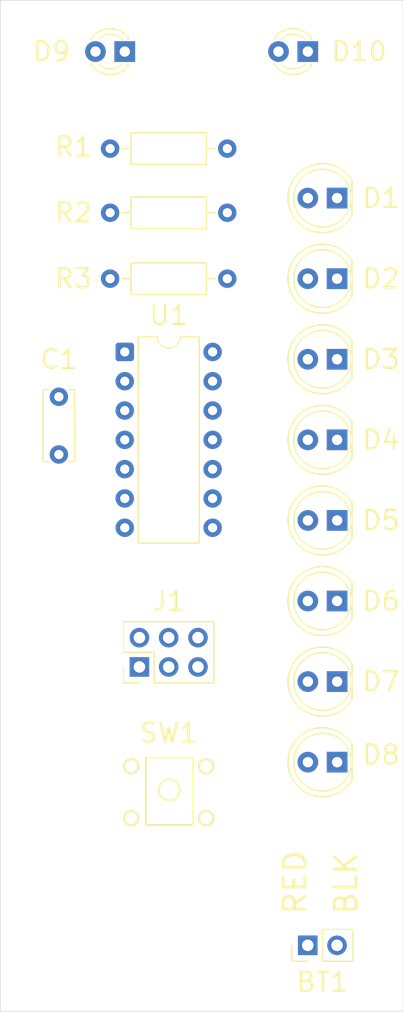
<source format=kicad_pcb>
(kicad_pcb (version 20241229) (generator "pcbnew") (generator_version "9.0")
  (layers (0 "F.Cu" signal) (2 "B.Cu" signal) (13 "F.Paste" user) (15 "B.Paste" user) (5 "F.SilkS" user "F.Silkscreen") (7 "B.SilkS" user "B.Silkscreen") (1 "F.Mask" user) (3 "B.Mask" user) (25 "Edge.Cuts" user))
  (net 0 "")
  (net 1 "GND")
  (net 2 "VCC")
  (net 3 "Net-(D1-A)")
  (net 4 "Net-(D2-A)")
  (net 5 "Net-(D3-A)")
  (net 6 "Net-(D4-A)")
  (net 7 "Net-(D5-A)")
  (net 8 "Net-(D6-A)")
  (net 9 "Net-(D7-A)")
  (net 10 "Net-(D8-A)")
  (net 11 "/MOSI")
  (net 12 "Net-(D9-K)")
  (net 13 "/SCL")
  (net 14 "Net-(D10-K)")
  (net 15 "/SCK")
  (net 16 "/RESET")
  (net 17 "/MISO")
  (footprint "LED_THT:LED_D5.0mm" (layer "F.Cu") (at 147.32 71.12 180)
    (property "Reference" "D4" (at -3.81 0 0) (layer "F.SilkS") (effects (font (size 1.651 1.651) (thickness 0.2032))))
    (property "Value" "LED")
    (fp_line (start -1.29 -1.545) (end -1.29 1.545) (stroke (width 0.12)) (layer "F.SilkS"))
    (fp_arc (start 4.26 0) (mid 2.071779 2.880495) (end -1.29 1.54483) (stroke (width 0.12)) (layer "F.SilkS"))
    (fp_arc (start -1.29 -1.54483) (mid 2.071779 -2.880495) (end 4.26 0) (stroke (width 0.12)) (layer "F.SilkS"))
    (fp_circle (center 1.27 0) (end 3.77 0) (stroke (width 0.12)) (fill no) (layer "F.SilkS"))
    (pad "1" thru_hole rect (at 0 0 180) (size 1.8 1.8) (drill 0.9) (layers "*.Cu" "*.Mask") (net 1 "GND"))
    (pad "2" thru_hole circle (at 2.54 0 180) (size 1.8 1.8) (drill 0.9) (layers "*.Cu" "*.Mask") (net 6 "Net-(D4-A)"))
  )
  (footprint "Package_DIP:DIP-14_W7.62mm" (layer "F.Cu") (at 128.905 63.5)
    (property "Reference" "U1" (at 3.81 -3.175 0) (layer "F.SilkS") (effects (font (size 1.651 1.651) (thickness 0.2032))))
    (property "Value" "ATtiny44A-P")
    (fp_line (start 1.16 -1.33) (end 1.16 16.57) (stroke (width 0.12)) (layer "F.SilkS"))
    (fp_line (start 1.16 16.57) (end 6.46 16.57) (stroke (width 0.12)) (layer "F.SilkS"))
    (fp_line (start 2.81 -1.33) (end 1.16 -1.33) (stroke (width 0.12)) (layer "F.SilkS"))
    (fp_line (start 6.46 -1.33) (end 4.81 -1.33) (stroke (width 0.12)) (layer "F.SilkS"))
    (fp_line (start 6.46 16.57) (end 6.46 -1.33) (stroke (width 0.12)) (layer "F.SilkS"))
    (fp_arc (start 4.81 -1.33) (mid 3.81 -0.33) (end 2.81 -1.33) (stroke (width 0.12)) (layer "F.SilkS"))
    (pad "1" thru_hole roundrect (at 0 0) (size 1.6 1.6) (drill 0.8) (layers "*.Cu" "*.Mask") (roundrect_rratio 0.15625) (net 2 "VCC"))
    (pad "2" thru_hole circle (at 0 2.54) (size 1.6 1.6) (drill 0.8) (layers "*.Cu" "*.Mask") (net 8 "Net-(D6-A)"))
    (pad "3" thru_hole circle (at 0 5.08) (size 1.6 1.6) (drill 0.8) (layers "*.Cu" "*.Mask") (net 9 "Net-(D7-A)"))
    (pad "4" thru_hole circle (at 0 7.62) (size 1.6 1.6) (drill 0.8) (layers "*.Cu" "*.Mask") (net 16 "/RESET"))
    (pad "5" thru_hole circle (at 0 10.16) (size 1.6 1.6) (drill 0.8) (layers "*.Cu" "*.Mask") (net 10 "Net-(D8-A)"))
    (pad "6" thru_hole circle (at 0 12.7) (size 1.6 1.6) (drill 0.8) (layers "*.Cu" "*.Mask") (net 7 "Net-(D5-A)"))
    (pad "7" thru_hole circle (at 0 15.24) (size 1.6 1.6) (drill 0.8) (layers "*.Cu" "*.Mask") (net 11 "/MOSI"))
    (pad "8" thru_hole circle (at 7.62 15.24) (size 1.6 1.6) (drill 0.8) (layers "*.Cu" "*.Mask") (net 17 "/MISO"))
    (pad "9" thru_hole circle (at 7.62 12.7) (size 1.6 1.6) (drill 0.8) (layers "*.Cu" "*.Mask") (net 13 "/SCL"))
    (pad "10" thru_hole circle (at 7.62 10.16) (size 1.6 1.6) (drill 0.8) (layers "*.Cu" "*.Mask") (net 6 "Net-(D4-A)"))
    (pad "11" thru_hole circle (at 7.62 7.62) (size 1.6 1.6) (drill 0.8) (layers "*.Cu" "*.Mask") (net 5 "Net-(D3-A)"))
    (pad "12" thru_hole circle (at 7.62 5.08) (size 1.6 1.6) (drill 0.8) (layers "*.Cu" "*.Mask") (net 4 "Net-(D2-A)"))
    (pad "13" thru_hole circle (at 7.62 2.54) (size 1.6 1.6) (drill 0.8) (layers "*.Cu" "*.Mask") (net 3 "Net-(D1-A)"))
    (pad "14" thru_hole circle (at 7.62 0) (size 1.6 1.6) (drill 0.8) (layers "*.Cu" "*.Mask") (net 1 "GND"))
  )
  (footprint "Resistor_THT:R_Axial_DIN0207_L6.3mm_D2.5mm_P10.16mm_Horizontal" (layer "F.Cu") (at 127.635 57.15)
    (property "Reference" "R3" (at -3.175 0 0) (layer "F.SilkS") (effects (font (size 1.651 1.651) (thickness 0.2032))))
    (property "Value" "10k")
    (fp_line (start 1.04 0) (end 1.81 0) (stroke (width 0.12)) (layer "F.SilkS"))
    (fp_line (start 9.12 0) (end 8.35 0) (stroke (width 0.12)) (layer "F.SilkS"))
    (fp_rect (start 1.81 -1.37) (end 8.35 1.37) (stroke (width 0.12)) (fill no) (layer "F.SilkS"))
    (pad "1" thru_hole circle (at 0 0) (size 1.6 1.6) (drill 0.8) (layers "*.Cu" "*.Mask") (net 2 "VCC"))
    (pad "2" thru_hole circle (at 10.16 0) (size 1.6 1.6) (drill 0.8) (layers "*.Cu" "*.Mask") (net 16 "/RESET"))
  )
  (footprint "Capacitor_THT:C_Disc_D6.0mm_W2.5mm_P5.00mm" (layer "F.Cu") (at 123.19 67.39 -90)
    (property "Reference" "C1" (at -3.255 0 180) (layer "F.SilkS") (effects (font (size 1.651 1.651) (thickness 0.2032))))
    (property "Value" "0.1uF")
    (fp_line (start -0.62 1.37) (end -0.62 0.835) (stroke (width 0.12)) (layer "F.SilkS"))
    (fp_line (start 5.62 1.37) (end -0.62 1.37) (stroke (width 0.12)) (layer "F.SilkS"))
    (fp_line (start 5.62 0.835) (end 5.62 1.37) (stroke (width 0.12)) (layer "F.SilkS"))
    (fp_line (start -0.62 -0.835) (end -0.62 -1.37) (stroke (width 0.12)) (layer "F.SilkS"))
    (fp_line (start -0.62 -1.37) (end 5.62 -1.37) (stroke (width 0.12)) (layer "F.SilkS"))
    (fp_line (start 5.62 -1.37) (end 5.62 -0.835) (stroke (width 0.12)) (layer "F.SilkS"))
    (pad "1" thru_hole circle (at 0 0 270) (size 1.6 1.6) (drill 0.8) (layers "*.Cu" "*.Mask") (net 2 "VCC"))
    (pad "2" thru_hole circle (at 5 0 270) (size 1.6 1.6) (drill 0.8) (layers "*.Cu" "*.Mask") (net 1 "GND"))
  )
  (footprint "MountingHole:MountingHole_4.3mm_M4" (layer "F.Cu") (at 135.255 115.57)
    (property "Reference" "H2" (hide yes))
    (property "Value" "MountingHole")
    (pad "" np_thru_hole circle (at 0 0) (size 4.3 4.3) (drill 4.3) (layers "*.Cu" "*.Mask"))
  )
  (footprint "LED_THT:LED_D3.0mm" (layer "F.Cu") (at 144.78 37.465 180)
    (property "Reference" "D10" (at -4.445 0 0) (layer "F.SilkS") (effects (font (size 1.651 1.651) (thickness 0.2032))))
    (property "Value" "D_Photo")
    (fp_line (start -0.29 1.08) (end -0.29 1.236) (stroke (width 0.12)) (layer "F.SilkS"))
    (fp_line (start -0.29 -1.236) (end -0.29 -1.08) (stroke (width 0.12)) (layer "F.SilkS"))
    (fp_arc (start 2.941437 1.08) (mid 1.36566 1.987699) (end -0.29 1.235516) (stroke (width 0.12)) (layer "F.SilkS"))
    (fp_arc (start 2.310961 1.08) (mid 1.27 1.5) (end 0.229039 1.08) (stroke (width 0.12)) (layer "F.SilkS"))
    (fp_arc (start 0.229039 -1.08) (mid 1.27 -1.5) (end 2.310961 -1.08) (stroke (width 0.12)) (layer "F.SilkS"))
    (fp_arc (start -0.29 -1.235516) (mid 1.36566 -1.987699) (end 2.941437 -1.08) (stroke (width 0.12)) (layer "F.SilkS"))
    (pad "1" thru_hole rect (at 0 0 180) (size 1.8 1.8) (drill 0.9) (layers "*.Cu" "*.Mask") (net 14 "Net-(D10-K)"))
    (pad "2" thru_hole circle (at 2.54 0 180) (size 1.8 1.8) (drill 0.9) (layers "*.Cu" "*.Mask") (net 13 "/SCL"))
  )
  (footprint "LED_THT:LED_D5.0mm" (layer "F.Cu") (at 147.32 50.165 180)
    (property "Reference" "D1" (at -3.81 0 0) (layer "F.SilkS") (effects (font (size 1.651 1.651) (thickness 0.2032))))
    (property "Value" "LED")
    (fp_line (start -1.29 -1.545) (end -1.29 1.545) (stroke (width 0.12)) (layer "F.SilkS"))
    (fp_arc (start 4.26 0) (mid 2.071779 2.880495) (end -1.29 1.54483) (stroke (width 0.12)) (layer "F.SilkS"))
    (fp_arc (start -1.29 -1.54483) (mid 2.071779 -2.880495) (end 4.26 0) (stroke (width 0.12)) (layer "F.SilkS"))
    (fp_circle (center 1.27 0) (end 3.77 0) (stroke (width 0.12)) (fill no) (layer "F.SilkS"))
    (pad "1" thru_hole rect (at 0 0 180) (size 1.8 1.8) (drill 0.9) (layers "*.Cu" "*.Mask") (net 1 "GND"))
    (pad "2" thru_hole circle (at 2.54 0 180) (size 1.8 1.8) (drill 0.9) (layers "*.Cu" "*.Mask") (net 3 "Net-(D1-A)"))
  )
  (footprint "MountingHole:MountingHole_4.3mm_M4" (layer "F.Cu") (at 135.255 38.1)
    (property "Reference" "H1" (hide yes))
    (property "Value" "MountingHole")
    (pad "" np_thru_hole circle (at 0 0) (size 4.3 4.3) (drill 4.3) (layers "*.Cu" "*.Mask"))
  )
  (footprint "LED_THT:LED_D5.0mm" (layer "F.Cu") (at 147.32 64.135 180)
    (property "Reference" "D3" (at -3.81 0 0) (layer "F.SilkS") (effects (font (size 1.651 1.651) (thickness 0.2032))))
    (property "Value" "LED")
    (fp_line (start -1.29 -1.545) (end -1.29 1.545) (stroke (width 0.12)) (layer "F.SilkS"))
    (fp_arc (start 4.26 0) (mid 2.071779 2.880495) (end -1.29 1.54483) (stroke (width 0.12)) (layer "F.SilkS"))
    (fp_arc (start -1.29 -1.54483) (mid 2.071779 -2.880495) (end 4.26 0) (stroke (width 0.12)) (layer "F.SilkS"))
    (fp_circle (center 1.27 0) (end 3.77 0) (stroke (width 0.12)) (fill no) (layer "F.SilkS"))
    (pad "1" thru_hole rect (at 0 0 180) (size 1.8 1.8) (drill 0.9) (layers "*.Cu" "*.Mask") (net 1 "GND"))
    (pad "2" thru_hole circle (at 2.54 0 180) (size 1.8 1.8) (drill 0.9) (layers "*.Cu" "*.Mask") (net 5 "Net-(D3-A)"))
  )
  (footprint "Resistor_THT:R_Axial_DIN0207_L6.3mm_D2.5mm_P10.16mm_Horizontal" (layer "F.Cu") (at 137.795 45.875 180)
    (property "Reference" "R1" (at 13.335 0.155 0) (layer "F.SilkS") (effects (font (size 1.651 1.651) (thickness 0.2032))))
    (property "Value" "10k")
    (fp_line (start 9.12 0) (end 8.35 0) (stroke (width 0.12)) (layer "F.SilkS"))
    (fp_line (start 1.04 0) (end 1.81 0) (stroke (width 0.12)) (layer "F.SilkS"))
    (fp_rect (start 1.81 -1.37) (end 8.35 1.37) (stroke (width 0.12)) (fill no) (layer "F.SilkS"))
    (pad "1" thru_hole circle (at 0 0 180) (size 1.6 1.6) (drill 0.8) (layers "*.Cu" "*.Mask") (net 2 "VCC"))
    (pad "2" thru_hole circle (at 10.16 0 180) (size 1.6 1.6) (drill 0.8) (layers "*.Cu" "*.Mask") (net 12 "Net-(D9-K)"))
  )
  (footprint "Connector_PinHeader_2.54mm:PinHeader_1x02_P2.54mm_Vertical" (layer "F.Cu") (at 144.775 114.935 90)
    (property "Reference" "BT1" (at -3.175 1.275 180) (layer "F.SilkS") (effects (font (size 1.651 1.651) (thickness 0.2032))))
    (property "Value" "Battery")
    (fp_line (start -1.38 -1.38) (end 0 -1.38) (stroke (width 0.12)) (layer "F.SilkS"))
    (fp_line (start -1.38 0) (end -1.38 -1.38) (stroke (width 0.12)) (layer "F.SilkS"))
    (fp_line (start 1.38 1.27) (end 1.38 3.92) (stroke (width 0.12)) (layer "F.SilkS"))
    (fp_line (start -1.38 1.27) (end 1.38 1.27) (stroke (width 0.12)) (layer "F.SilkS"))
    (fp_line (start -1.38 1.27) (end -1.38 3.92) (stroke (width 0.12)) (layer "F.SilkS"))
    (fp_line (start -1.38 3.92) (end 1.38 3.92) (stroke (width 0.12)) (layer "F.SilkS"))
    (pad "1" thru_hole rect (at 0 0 90) (size 1.7 1.7) (drill 1) (layers "*.Cu" "*.Mask") (net 2 "VCC"))
    (pad "2" thru_hole circle (at 0 2.54 90) (size 1.7 1.7) (drill 1) (layers "*.Cu" "*.Mask") (net 1 "GND"))
  )
  (footprint "LED_THT:LED_D5.0mm" (layer "F.Cu") (at 147.325 78.105 180)
    (property "Reference" "D5" (at -3.805 0 0) (layer "F.SilkS") (effects (font (size 1.651 1.651) (thickness 0.2032))))
    (property "Value" "LED")
    (fp_line (start -1.29 -1.545) (end -1.29 1.545) (stroke (width 0.12)) (layer "F.SilkS"))
    (fp_arc (start 4.26 0) (mid 2.071779 2.880495) (end -1.29 1.54483) (stroke (width 0.12)) (layer "F.SilkS"))
    (fp_arc (start -1.29 -1.54483) (mid 2.071779 -2.880495) (end 4.26 0) (stroke (width 0.12)) (layer "F.SilkS"))
    (fp_circle (center 1.27 0) (end 3.77 0) (stroke (width 0.12)) (fill no) (layer "F.SilkS"))
    (pad "1" thru_hole rect (at 0 0 180) (size 1.8 1.8) (drill 0.9) (layers "*.Cu" "*.Mask") (net 1 "GND"))
    (pad "2" thru_hole circle (at 2.54 0 180) (size 1.8 1.8) (drill 0.9) (layers "*.Cu" "*.Mask") (net 7 "Net-(D5-A)"))
  )
  (footprint "LED_THT:LED_D5.0mm" (layer "F.Cu") (at 147.32 85.09 180)
    (property "Reference" "D6" (at -3.81 0 0) (layer "F.SilkS") (effects (font (size 1.651 1.651) (thickness 0.2032))))
    (property "Value" "LED")
    (fp_line (start -1.29 -1.545) (end -1.29 1.545) (stroke (width 0.12)) (layer "F.SilkS"))
    (fp_arc (start 4.26 0) (mid 2.071779 2.880495) (end -1.29 1.54483) (stroke (width 0.12)) (layer "F.SilkS"))
    (fp_arc (start -1.29 -1.54483) (mid 2.071779 -2.880495) (end 4.26 0) (stroke (width 0.12)) (layer "F.SilkS"))
    (fp_circle (center 1.27 0) (end 3.77 0) (stroke (width 0.12)) (fill no) (layer "F.SilkS"))
    (pad "1" thru_hole rect (at 0 0 180) (size 1.8 1.8) (drill 0.9) (layers "*.Cu" "*.Mask") (net 1 "GND"))
    (pad "2" thru_hole circle (at 2.54 0 180) (size 1.8 1.8) (drill 0.9) (layers "*.Cu" "*.Mask") (net 8 "Net-(D6-A)"))
  )
  (footprint "Resistor_THT:R_Axial_DIN0207_L6.3mm_D2.5mm_P10.16mm_Horizontal" (layer "F.Cu") (at 127.635 51.435)
    (property "Reference" "R2" (at -3.175 0 0) (layer "F.SilkS") (effects (font (size 1.651 1.651) (thickness 0.2032))))
    (property "Value" "10k")
    (fp_line (start 1.04 0) (end 1.81 0) (stroke (width 0.12)) (layer "F.SilkS"))
    (fp_line (start 9.12 0) (end 8.35 0) (stroke (width 0.12)) (layer "F.SilkS"))
    (fp_rect (start 1.81 -1.37) (end 8.35 1.37) (stroke (width 0.12)) (fill no) (layer "F.SilkS"))
    (pad "1" thru_hole circle (at 0 0) (size 1.6 1.6) (drill 0.8) (layers "*.Cu" "*.Mask") (net 2 "VCC"))
    (pad "2" thru_hole circle (at 10.16 0) (size 1.6 1.6) (drill 0.8) (layers "*.Cu" "*.Mask") (net 14 "Net-(D10-K)"))
  )
  (footprint "push_sw:BTN-B3F-1000" (layer "F.Cu") (at 129.4638 99.42135)
    (property "Reference" "SW1" (at 3.2512 -2.90135 0) (layer "F.SilkS") (effects (font (size 1.651 1.651) (thickness 0.2032))))
    (property "Value" "SW_Push" (hide yes))
    (fp_line (start 1.27 -0.762) (end 5.334 -0.762) (stroke (width 0.15)) (layer "F.SilkS"))
    (fp_line (start 1.27 5.08) (end 1.27 -0.762) (stroke (width 0.15)) (layer "F.SilkS"))
    (fp_line (start 5.334 -0.762) (end 5.334 5.08) (stroke (width 0.15)) (layer "F.SilkS"))
    (fp_line (start 5.334 5.08) (end 1.27 5.08) (stroke (width 0.15)) (layer "F.SilkS"))
    (fp_circle (center 3.302 2.032) (end 3.81 2.794) (stroke (width 0.15)) (fill no) (layer "F.SilkS"))
    (pad "1" thru_hole circle (at 0 0) (size 1.397 1.397) (drill 1.0668) (layers "*.Cu" "*.Mask" "F.SilkS") (net 17 "/MISO"))
    (pad "2" thru_hole circle (at 0 4.4958) (size 1.397 1.397) (drill 1.0668) (layers "*.Cu" "*.Mask" "F.SilkS") (net 1 "GND"))
    (pad "3" thru_hole circle (at 6.5024 4.4958) (size 1.397 1.397) (drill 1.0668) (layers "*.Cu" "*.Mask" "F.SilkS"))
    (pad "4" thru_hole circle (at 6.5024 0) (size 1.397 1.397) (drill 1.0668) (layers "*.Cu" "*.Mask" "F.SilkS"))
  )
  (footprint "LED_THT:LED_D5.0mm" (layer "F.Cu") (at 147.325 99.06 180)
    (property "Reference" "D8" (at -3.805 0.635 0) (layer "F.SilkS") (effects (font (size 1.651 1.651) (thickness 0.2032))))
    (property "Value" "LED")
    (fp_line (start -1.29 -1.545) (end -1.29 1.545) (stroke (width 0.12)) (layer "F.SilkS"))
    (fp_arc (start 4.26 0) (mid 2.071779 2.880495) (end -1.29 1.54483) (stroke (width 0.12)) (layer "F.SilkS"))
    (fp_arc (start -1.29 -1.54483) (mid 2.071779 -2.880495) (end 4.26 0) (stroke (width 0.12)) (layer "F.SilkS"))
    (fp_circle (center 1.27 0) (end 3.77 0) (stroke (width 0.12)) (fill no) (layer "F.SilkS"))
    (pad "1" thru_hole rect (at 0 0 180) (size 1.8 1.8) (drill 0.9) (layers "*.Cu" "*.Mask") (net 1 "GND"))
    (pad "2" thru_hole circle (at 2.54 0 180) (size 1.8 1.8) (drill 0.9) (layers "*.Cu" "*.Mask") (net 10 "Net-(D8-A)"))
  )
  (footprint "LED_THT:LED_D3.0mm" (layer "F.Cu") (at 128.905 37.465 180)
    (property "Reference" "D9" (at 6.35 0 0) (layer "F.SilkS") (effects (font (size 1.651 1.651) (thickness 0.2032))))
    (property "Value" "D_Photo")
    (fp_line (start -0.29 1.08) (end -0.29 1.236) (stroke (width 0.12)) (layer "F.SilkS"))
    (fp_line (start -0.29 -1.236) (end -0.29 -1.08) (stroke (width 0.12)) (layer "F.SilkS"))
    (fp_arc (start 2.941437 1.08) (mid 1.36566 1.987699) (end -0.29 1.235516) (stroke (width 0.12)) (layer "F.SilkS"))
    (fp_arc (start 2.310961 1.08) (mid 1.27 1.5) (end 0.229039 1.08) (stroke (width 0.12)) (layer "F.SilkS"))
    (fp_arc (start 0.229039 -1.08) (mid 1.27 -1.5) (end 2.310961 -1.08) (stroke (width 0.12)) (layer "F.SilkS"))
    (fp_arc (start -0.29 -1.235516) (mid 1.36566 -1.987699) (end 2.941437 -1.08) (stroke (width 0.12)) (layer "F.SilkS"))
    (pad "1" thru_hole rect (at 0 0 180) (size 1.8 1.8) (drill 0.9) (layers "*.Cu" "*.Mask") (net 12 "Net-(D9-K)"))
    (pad "2" thru_hole circle (at 2.54 0 180) (size 1.8 1.8) (drill 0.9) (layers "*.Cu" "*.Mask") (net 11 "/MOSI"))
  )
  (footprint "LED_THT:LED_D5.0mm" (layer "F.Cu") (at 147.32 57.15 180)
    (property "Reference" "D2" (at -3.81 0 0) (layer "F.SilkS") (effects (font (size 1.651 1.651) (thickness 0.2032))))
    (property "Value" "LED")
    (fp_line (start -1.29 -1.545) (end -1.29 1.545) (stroke (width 0.12)) (layer "F.SilkS"))
    (fp_arc (start 4.26 0) (mid 2.071779 2.880495) (end -1.29 1.54483) (stroke (width 0.12)) (layer "F.SilkS"))
    (fp_arc (start -1.29 -1.54483) (mid 2.071779 -2.880495) (end 4.26 0) (stroke (width 0.12)) (layer "F.SilkS"))
    (fp_circle (center 1.27 0) (end 3.77 0) (stroke (width 0.12)) (fill no) (layer "F.SilkS"))
    (pad "1" thru_hole rect (at 0 0 180) (size 1.8 1.8) (drill 0.9) (layers "*.Cu" "*.Mask") (net 1 "GND"))
    (pad "2" thru_hole circle (at 2.54 0 180) (size 1.8 1.8) (drill 0.9) (layers "*.Cu" "*.Mask") (net 4 "Net-(D2-A)"))
  )
  (footprint "LED_THT:LED_D5.0mm" (layer "F.Cu") (at 147.325 92.075 180)
    (property "Reference" "D7" (at -3.805 0 0) (layer "F.SilkS") (effects (font (size 1.651 1.651) (thickness 0.2032))))
    (property "Value" "LED")
    (fp_line (start -1.29 -1.545) (end -1.29 1.545) (stroke (width 0.12)) (layer "F.SilkS"))
    (fp_arc (start 4.26 0) (mid 2.071779 2.880495) (end -1.29 1.54483) (stroke (width 0.12)) (layer "F.SilkS"))
    (fp_arc (start -1.29 -1.54483) (mid 2.071779 -2.880495) (end 4.26 0) (stroke (width 0.12)) (layer "F.SilkS"))
    (fp_circle (center 1.27 0) (end 3.77 0) (stroke (width 0.12)) (fill no) (layer "F.SilkS"))
    (pad "1" thru_hole rect (at 0 0 180) (size 1.8 1.8) (drill 0.9) (layers "*.Cu" "*.Mask") (net 1 "GND"))
    (pad "2" thru_hole circle (at 2.54 0 180) (size 1.8 1.8) (drill 0.9) (layers "*.Cu" "*.Mask") (net 9 "Net-(D7-A)"))
  )
  (footprint "Connector_PinHeader_2.54mm:PinHeader_2x03_P2.54mm_Vertical" (layer "F.Cu") (at 130.175 90.805 90)
    (property "Reference" "J1" (at 5.715 2.54 180) (layer "F.SilkS") (effects (font (size 1.651 1.651) (thickness 0.2032))))
    (property "Value" "AVR-ISP-6")
    (fp_line (start 3.92 -1.38) (end 3.92 6.46) (stroke (width 0.12)) (layer "F.SilkS"))
    (fp_line (start 1.27 -1.38) (end 3.92 -1.38) (stroke (width 0.12)) (layer "F.SilkS"))
    (fp_line (start -1.38 -1.38) (end 0 -1.38) (stroke (width 0.12)) (layer "F.SilkS"))
    (fp_line (start -1.38 0) (end -1.38 -1.38) (stroke (width 0.12)) (layer "F.SilkS"))
    (fp_line (start 1.27 1.27) (end 1.27 -1.38) (stroke (width 0.12)) (layer "F.SilkS"))
    (fp_line (start -1.38 1.27) (end 1.27 1.27) (stroke (width 0.12)) (layer "F.SilkS"))
    (fp_line (start -1.38 1.27) (end -1.38 6.46) (stroke (width 0.12)) (layer "F.SilkS"))
    (fp_line (start -1.38 6.46) (end 3.92 6.46) (stroke (width 0.12)) (layer "F.SilkS"))
    (pad "1" thru_hole rect (at 0 0 90) (size 1.7 1.7) (drill 1) (layers "*.Cu" "*.Mask") (net 17 "/MISO"))
    (pad "2" thru_hole circle (at 2.54 0 90) (size 1.7 1.7) (drill 1) (layers "*.Cu" "*.Mask") (net 2 "VCC"))
    (pad "3" thru_hole circle (at 0 2.54 90) (size 1.7 1.7) (drill 1) (layers "*.Cu" "*.Mask") (net 15 "/SCK"))
    (pad "4" thru_hole circle (at 2.54 2.54 90) (size 1.7 1.7) (drill 1) (layers "*.Cu" "*.Mask") (net 11 "/MOSI"))
    (pad "5" thru_hole circle (at 0 5.08 90) (size 1.7 1.7) (drill 1) (layers "*.Cu" "*.Mask") (net 16 "/RESET"))
    (pad "6" thru_hole circle (at 2.54 5.08 90) (size 1.7 1.7) (drill 1) (layers "*.Cu" "*.Mask") (net 1 "GND"))
  )
  (gr_rect (start 118.11 33.02) (end 153.035 120.65) (stroke (width 0.05)) (fill no) (layer "Edge.Cuts"))
  (gr_text "BLK" (at 149.225 112.395 90) (layer "F.SilkS") (effects (font (size 1.905 1.905)) (justify left bottom)))
  (gr_text "RED" (at 144.78 112.395 90) (layer "F.SilkS") (effects (font (size 1.905 1.905)) (justify left bottom)))
)
</source>
